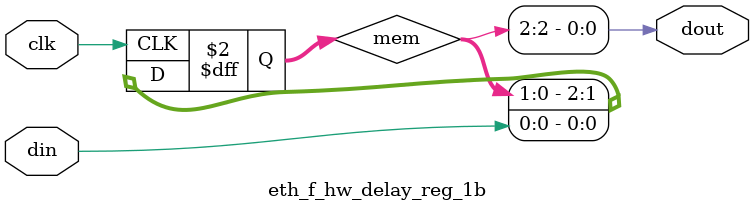
<source format=sv>


module eth_f_hw_pointer_synchronizer #(
    parameter WIDTH = 8
) (
    input              input_clk,
    input  [WIDTH-1:0] input_ptr,

    input              output_clk,
    output [WIDTH-1:0] output_ptr
);
    wire [WIDTH-1:0] input_ptr_gray;
    eth_f_hw_bin_to_gray_reg #(
        .WIDTH      (WIDTH)
    ) b2g_input_ptr (
        .clk        (input_clk),
        .bin_value  (input_ptr),
        .gray_value (input_ptr_gray)
    );

    wire [WIDTH-1:0] input_ptr_gray_sync;
    eth_f_hw_delay_reg #(
        .CYCLES (3),
        .WIDTH  (WIDTH)
    ) ptr_sync (
        .clk    (output_clk),
        .din    (input_ptr_gray),
        .dout   (input_ptr_gray_sync)
    );

    eth_f_hw_gray_to_bin_reg #(
        .WIDTH  (WIDTH)
    ) g2b_output_ptr (
        .clk        (output_clk),
        .gray_value (input_ptr_gray_sync),
        .bin_value  (output_ptr)
    );
endmodule

module eth_f_hw_bin_to_gray_reg #(
    parameter WIDTH = 8
) (
    input                   clk,
    input      [WIDTH-1:0]  bin_value,
    output reg [WIDTH-1:0]  gray_value
);
    genvar i;
    generate
        for (i = 0; i < (WIDTH-1); i=i+1) begin : bit_loop
            always @(posedge clk) gray_value[i] <= bin_value[i] ^ bin_value[i+1];
        end
        always @(posedge clk) gray_value[WIDTH-1] <= bin_value[WIDTH-1];
    endgenerate
endmodule

module eth_f_hw_gray_to_bin_reg #(
    parameter WIDTH = 8
) (
    input                   clk,
    input      [WIDTH-1:0]  gray_value,
    output reg [WIDTH-1:0]  bin_value
);
    genvar i;
    generate
        for (i = 0; i < WIDTH; i=i+1) begin : bit_loop
            always @(posedge clk) bin_value[i] <= ^gray_value[(WIDTH-1):i];
        end
    endgenerate
endmodule

module eth_f_hw_delay_reg #(
    parameter CYCLES = 3,
    parameter WIDTH = 1
) (
    input              clk,
    input  [WIDTH-1:0] din,
    output [WIDTH-1:0] dout
);

    genvar i;
    generate
        for (i = 0; i < WIDTH; i=i+1) begin : bit_loop
            eth_f_hw_delay_reg_1b #(
                .DEPTH  (CYCLES)
            ) sync (
                .clk    (clk),
                .din    (din[i]),
                .dout   (dout[i])
            );
        end
    endgenerate
endmodule

module eth_f_hw_delay_reg_1b #(
    parameter DEPTH = 3
) (
    input  clk,
    input  din,
    output dout
);

    reg [DEPTH-1:0] mem;
    always @(posedge clk) begin
        mem <= {mem[DEPTH-2:0], din};
    end

    assign dout = mem[DEPTH-1];
endmodule


</source>
